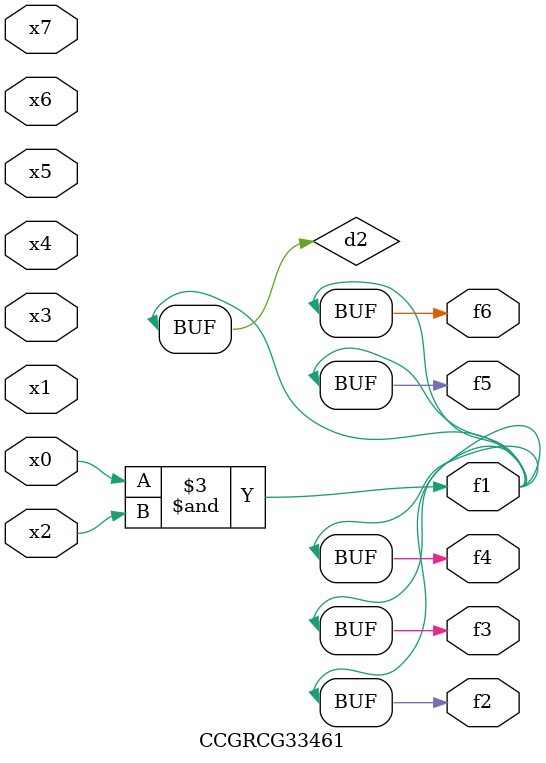
<source format=v>
module CCGRCG33461(
	input x0, x1, x2, x3, x4, x5, x6, x7,
	output f1, f2, f3, f4, f5, f6
);

	wire d1, d2;

	nor (d1, x3, x6);
	and (d2, x0, x2);
	assign f1 = d2;
	assign f2 = d2;
	assign f3 = d2;
	assign f4 = d2;
	assign f5 = d2;
	assign f6 = d2;
endmodule

</source>
